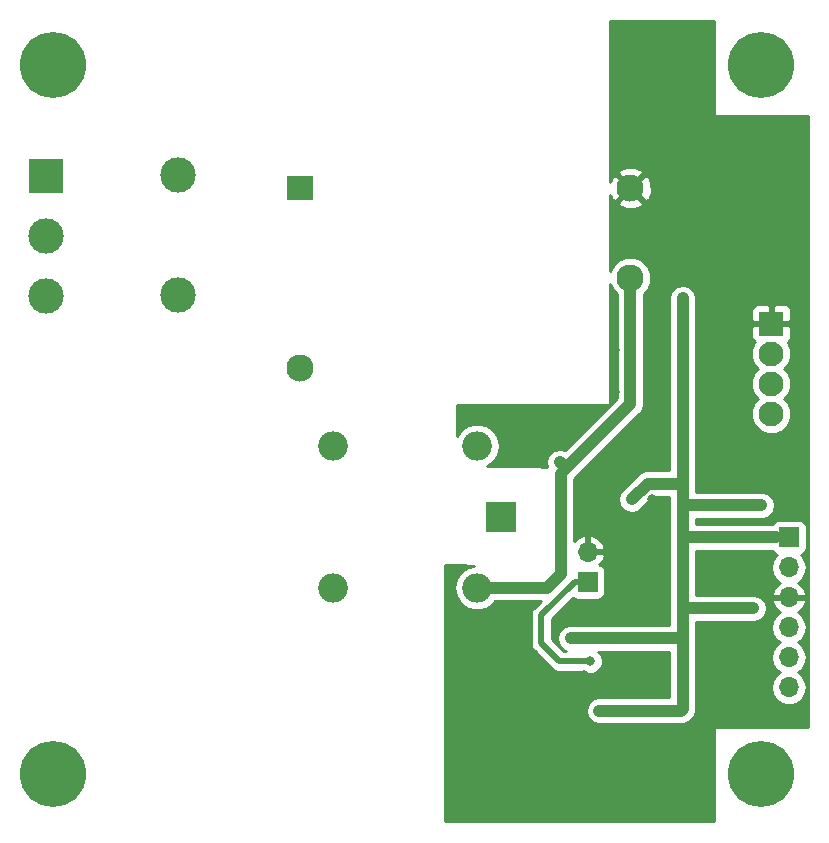
<source format=gbl>
G04 #@! TF.GenerationSoftware,KiCad,Pcbnew,(5.0.0)*
G04 #@! TF.CreationDate,2019-01-27T17:49:07+01:00*
G04 #@! TF.ProjectId,HeaterControlIndication,486561746572436F6E74726F6C496E64,rev?*
G04 #@! TF.SameCoordinates,Original*
G04 #@! TF.FileFunction,Copper,L2,Bot,Signal*
G04 #@! TF.FilePolarity,Positive*
%FSLAX46Y46*%
G04 Gerber Fmt 4.6, Leading zero omitted, Abs format (unit mm)*
G04 Created by KiCad (PCBNEW (5.0.0)) date 01/27/19 17:49:07*
%MOMM*%
%LPD*%
G01*
G04 APERTURE LIST*
G04 #@! TA.AperFunction,ComponentPad*
%ADD10C,3.000000*%
G04 #@! TD*
G04 #@! TA.AperFunction,ComponentPad*
%ADD11R,2.100000X2.100000*%
G04 #@! TD*
G04 #@! TA.AperFunction,ComponentPad*
%ADD12C,2.100000*%
G04 #@! TD*
G04 #@! TA.AperFunction,ComponentPad*
%ADD13R,3.000000X3.000000*%
G04 #@! TD*
G04 #@! TA.AperFunction,ComponentPad*
%ADD14R,1.700000X1.700000*%
G04 #@! TD*
G04 #@! TA.AperFunction,ComponentPad*
%ADD15O,1.700000X1.700000*%
G04 #@! TD*
G04 #@! TA.AperFunction,ComponentPad*
%ADD16R,2.500000X2.500000*%
G04 #@! TD*
G04 #@! TA.AperFunction,ComponentPad*
%ADD17O,2.500000X2.500000*%
G04 #@! TD*
G04 #@! TA.AperFunction,ComponentPad*
%ADD18C,5.600000*%
G04 #@! TD*
G04 #@! TA.AperFunction,ComponentPad*
%ADD19C,2.300000*%
G04 #@! TD*
G04 #@! TA.AperFunction,ComponentPad*
%ADD20R,2.300000X2.000000*%
G04 #@! TD*
G04 #@! TA.AperFunction,ViaPad*
%ADD21C,0.800000*%
G04 #@! TD*
G04 #@! TA.AperFunction,Conductor*
%ADD22C,1.000000*%
G04 #@! TD*
G04 #@! TA.AperFunction,Conductor*
%ADD23C,0.250000*%
G04 #@! TD*
G04 #@! TA.AperFunction,Conductor*
%ADD24C,0.500000*%
G04 #@! TD*
G04 #@! TA.AperFunction,Conductor*
%ADD25C,0.254000*%
G04 #@! TD*
G04 APERTURE END LIST*
D10*
G04 #@! TO.P,F1,2*
G04 #@! TO.N,/HV_L_F*
X130544000Y-82278300D03*
G04 #@! TO.P,F1,1*
G04 #@! TO.N,/HV_L*
X130544000Y-72118300D03*
G04 #@! TD*
D11*
G04 #@! TO.P,J1,1*
G04 #@! TO.N,GND*
X180762621Y-84732219D03*
D12*
G04 #@! TO.P,J1,2*
G04 #@! TO.N,/PANEL_BUT*
X180762621Y-87272219D03*
G04 #@! TO.P,J1,3*
G04 #@! TO.N,Net-(J1-Pad3)*
X180762621Y-89812219D03*
G04 #@! TO.P,J1,4*
G04 #@! TO.N,Net-(J1-Pad4)*
X180762621Y-92352219D03*
G04 #@! TD*
D13*
G04 #@! TO.P,J2,1*
G04 #@! TO.N,/HV_L*
X119383200Y-72259300D03*
D10*
G04 #@! TO.P,J2,2*
G04 #@! TO.N,/HV_N*
X119383200Y-77339300D03*
G04 #@! TO.P,J2,3*
G04 #@! TO.N,/HV_LOAD*
X119383200Y-82419300D03*
G04 #@! TD*
D14*
G04 #@! TO.P,J3,1*
G04 #@! TO.N,/nRST*
X165199720Y-106587400D03*
D15*
G04 #@! TO.P,J3,2*
G04 #@! TO.N,GND*
X165199720Y-104047400D03*
G04 #@! TD*
D14*
G04 #@! TO.P,J4,1*
G04 #@! TO.N,+3V3*
X182253280Y-102828200D03*
D15*
G04 #@! TO.P,J4,2*
G04 #@! TO.N,/SWCLK*
X182253280Y-105368200D03*
G04 #@! TO.P,J4,3*
G04 #@! TO.N,GND*
X182253280Y-107908200D03*
G04 #@! TO.P,J4,4*
G04 #@! TO.N,/SWDIO*
X182253280Y-110448200D03*
G04 #@! TO.P,J4,5*
G04 #@! TO.N,/nRST*
X182253280Y-112988200D03*
G04 #@! TO.P,J4,6*
G04 #@! TO.N,N/C*
X182253280Y-115528200D03*
G04 #@! TD*
D16*
G04 #@! TO.P,K1,1*
G04 #@! TO.N,/HV_ROUT*
X157849000Y-101074300D03*
D17*
G04 #@! TO.P,K1,2*
G04 #@! TO.N,Net-(D1-Pad1)*
X155849000Y-95074300D03*
G04 #@! TO.P,K1,3*
G04 #@! TO.N,/HV_L_F*
X143649000Y-95074300D03*
G04 #@! TO.P,K1,4*
G04 #@! TO.N,N/C*
X143649000Y-107074300D03*
G04 #@! TO.P,K1,5*
G04 #@! TO.N,+5V*
X155849000Y-107074300D03*
G04 #@! TD*
D18*
G04 #@! TO.P,MH1,1*
G04 #@! TO.N,N/C*
X179928100Y-122862800D03*
G04 #@! TD*
G04 #@! TO.P,MH2,1*
G04 #@! TO.N,N/C*
X119928100Y-62862800D03*
G04 #@! TD*
G04 #@! TO.P,MH3,1*
G04 #@! TO.N,N/C*
X119928100Y-122862800D03*
G04 #@! TD*
G04 #@! TO.P,MH4,1*
G04 #@! TO.N,N/C*
X179928100Y-62862800D03*
G04 #@! TD*
D19*
G04 #@! TO.P,PS1,3*
G04 #@! TO.N,GND*
X168831000Y-73261300D03*
D20*
G04 #@! TO.P,PS1,1*
G04 #@! TO.N,/HV_N*
X140831000Y-73261300D03*
D19*
G04 #@! TO.P,PS1,2*
G04 #@! TO.N,/HV_L_F*
X140831000Y-88461300D03*
G04 #@! TO.P,PS1,4*
G04 #@! TO.N,+5V*
X168831000Y-80861300D03*
G04 #@! TD*
D21*
G04 #@! TO.N,+5V*
X162842600Y-96465500D03*
G04 #@! TO.N,GND*
X173307400Y-74304000D03*
X177688900Y-81009600D03*
X168379800Y-95297100D03*
X168430600Y-96897300D03*
X154346300Y-115617100D03*
X156340200Y-116658500D03*
X159591400Y-110600600D03*
X158372200Y-117484000D03*
X162296500Y-114474100D03*
X164925400Y-114474100D03*
X163058500Y-109279800D03*
X170653100Y-99615100D03*
X170830900Y-104060100D03*
X176952300Y-111349900D03*
X176812600Y-95411400D03*
X182083100Y-95881300D03*
X179644700Y-72665700D03*
X153500000Y-126500000D03*
X175500000Y-126500000D03*
X175500000Y-118500000D03*
X183500000Y-118500000D03*
X183500000Y-67500000D03*
X175500000Y-67500000D03*
X175500000Y-59500000D03*
X167500000Y-59500000D03*
X158500000Y-109000000D03*
X153500000Y-117000000D03*
X153500000Y-124500000D03*
X153500000Y-118500000D03*
X153500000Y-120500000D03*
X153500000Y-122500000D03*
X155500000Y-126500000D03*
X157500000Y-126500000D03*
X159500000Y-126500000D03*
X161500000Y-126500000D03*
X163500000Y-126500000D03*
X165500000Y-126500000D03*
X167500000Y-126500000D03*
X169500000Y-126500000D03*
X171500000Y-126500000D03*
X173500000Y-126500000D03*
X175500000Y-124500000D03*
X175500000Y-122500000D03*
X175500000Y-120500000D03*
X177500000Y-118500000D03*
X179500000Y-118500000D03*
X181500000Y-118500000D03*
X183500000Y-86500000D03*
X183500000Y-69500000D03*
X183500000Y-71500000D03*
X183500000Y-73500000D03*
X183500000Y-75500000D03*
X183500000Y-77500000D03*
X183500000Y-79500000D03*
X183500000Y-81500000D03*
X183500000Y-83500000D03*
X181500000Y-67500000D03*
X179500000Y-67500000D03*
X177500000Y-67500000D03*
X175500000Y-65500000D03*
X175500000Y-63500000D03*
X175500000Y-61500000D03*
X173500000Y-59500000D03*
X171500000Y-59500000D03*
X169500000Y-59500000D03*
X167500000Y-61500000D03*
X167500000Y-63500000D03*
X167500000Y-65500000D03*
X167500000Y-67500000D03*
X167500000Y-69500000D03*
X167500000Y-76500000D03*
X167500000Y-78500000D03*
X164500000Y-99500000D03*
X164500000Y-101500000D03*
X170500000Y-109500000D03*
X175500000Y-104500000D03*
X175000000Y-107000000D03*
X171500000Y-106500000D03*
X178500000Y-88000000D03*
X175500000Y-88000000D03*
X178500000Y-83000000D03*
X175000000Y-83000000D03*
X171000000Y-85000000D03*
X171000000Y-82000000D03*
X171500000Y-79000000D03*
X171000000Y-90500000D03*
X175000000Y-98000000D03*
X175000000Y-94500000D03*
X178000000Y-91500000D03*
X182000000Y-94000000D03*
X179000000Y-93500000D03*
X177000000Y-93500000D03*
X166500000Y-115500000D03*
X168000000Y-115500000D03*
X169500000Y-115500000D03*
X171500000Y-115500000D03*
X166500000Y-119500000D03*
X168000000Y-119500000D03*
X169500000Y-119500000D03*
X171000000Y-119500000D03*
X172500000Y-119500000D03*
X174000000Y-119500000D03*
X175000000Y-115500000D03*
X153500000Y-105500000D03*
X153500000Y-109000000D03*
X167500000Y-87000000D03*
X167500000Y-90500000D03*
X165000000Y-92000000D03*
X154500000Y-92000000D03*
X157500000Y-96500000D03*
X159000000Y-96500000D03*
X161000000Y-96500000D03*
X158500000Y-94000000D03*
X161000000Y-95000000D03*
X157500000Y-92000000D03*
X160000000Y-93000000D03*
G04 #@! TO.N,+3V3*
X179924100Y-100123100D03*
X168951300Y-99615100D03*
X163769700Y-111362600D03*
X179212900Y-108822600D03*
X166208100Y-117509400D03*
X173243900Y-82597100D03*
X173256600Y-83562300D03*
G04 #@! TO.N,/nRST*
X165446100Y-113318400D03*
G04 #@! TD*
D22*
G04 #@! TO.N,+5V*
X155849000Y-107074300D02*
X161809600Y-107074300D01*
X161809600Y-107074300D02*
X162944200Y-105939700D01*
X162944200Y-105939700D02*
X162944200Y-97418000D01*
X168831000Y-91531200D02*
X168831000Y-80861300D01*
D23*
X163242599Y-97119601D02*
X163210900Y-97151300D01*
X163242599Y-96865499D02*
X163242599Y-97119601D01*
D22*
X162842600Y-96465500D02*
X163242599Y-96865499D01*
X162944200Y-97418000D02*
X163210900Y-97151300D01*
X163210900Y-97151300D02*
X168831000Y-91531200D01*
G04 #@! TO.N,+3V3*
X181153280Y-102828200D02*
X173243900Y-102828200D01*
D24*
X182253280Y-102828200D02*
X181153280Y-102828200D01*
D22*
X170297500Y-98268900D02*
X173243900Y-98268900D01*
X168951300Y-99615100D02*
X170297500Y-98268900D01*
X173243900Y-82597100D02*
X173243900Y-98268900D01*
D23*
X173294700Y-100123100D02*
X173243900Y-100173900D01*
D22*
X179924100Y-100123100D02*
X173294700Y-100123100D01*
X173243900Y-98268900D02*
X173243900Y-100173900D01*
X173243900Y-100173900D02*
X173243900Y-102828200D01*
X179212900Y-108822600D02*
X173243900Y-108822600D01*
X173243900Y-102828200D02*
X173243900Y-108822600D01*
D23*
X173129600Y-117509400D02*
X173243900Y-117395100D01*
D22*
X166208100Y-117509400D02*
X173129600Y-117509400D01*
X164335385Y-111362600D02*
X173243900Y-111362600D01*
X173243900Y-108822600D02*
X173243900Y-111362600D01*
X173243900Y-111362600D02*
X173243900Y-117395100D01*
X163769700Y-111362600D02*
X164335385Y-111362600D01*
D24*
G04 #@! TO.N,/nRST*
X165446100Y-113318400D02*
X162804500Y-113318400D01*
X162804500Y-113318400D02*
X161280500Y-111794400D01*
X164099720Y-106587400D02*
X165199720Y-106587400D01*
X161280500Y-109406620D02*
X164099720Y-106587400D01*
X161280500Y-111794400D02*
X161280500Y-109406620D01*
G04 #@! TD*
D25*
G04 #@! TO.N,GND*
G36*
X175873000Y-67000000D02*
X175882667Y-67048601D01*
X175910197Y-67089803D01*
X175951399Y-67117333D01*
X176000000Y-67127000D01*
X183873000Y-67127000D01*
X183873000Y-118873000D01*
X176000000Y-118873000D01*
X175951399Y-118882667D01*
X175910197Y-118910197D01*
X175882667Y-118951399D01*
X175873000Y-119000000D01*
X175873000Y-126873000D01*
X153127000Y-126873000D01*
X153127000Y-105127000D01*
X154594585Y-105127000D01*
X154670145Y-105158298D01*
X154861487Y-105196358D01*
X154861491Y-105196358D01*
X154930074Y-105210000D01*
X155559279Y-105210000D01*
X155113510Y-105298669D01*
X154489991Y-105715291D01*
X154073369Y-106338810D01*
X153927071Y-107074300D01*
X154073369Y-107809790D01*
X154489991Y-108433309D01*
X155113510Y-108849931D01*
X155663345Y-108959300D01*
X156034655Y-108959300D01*
X156584490Y-108849931D01*
X157208009Y-108433309D01*
X157357687Y-108209300D01*
X161226242Y-108209300D01*
X160716345Y-108719197D01*
X160642452Y-108768571D01*
X160593078Y-108842464D01*
X160593076Y-108842466D01*
X160446848Y-109061311D01*
X160378163Y-109406620D01*
X160395501Y-109493785D01*
X160395500Y-111707239D01*
X160378163Y-111794400D01*
X160395500Y-111881561D01*
X160395500Y-111881564D01*
X160446848Y-112139709D01*
X160642451Y-112432449D01*
X160716347Y-112481825D01*
X162117077Y-113882556D01*
X162166451Y-113956449D01*
X162240344Y-114005823D01*
X162240345Y-114005824D01*
X162296282Y-114043200D01*
X162459190Y-114152052D01*
X162717335Y-114203400D01*
X162717339Y-114203400D01*
X162804499Y-114220737D01*
X162891659Y-114203400D01*
X164878093Y-114203400D01*
X165240226Y-114353400D01*
X165651974Y-114353400D01*
X166032380Y-114195831D01*
X166323531Y-113904680D01*
X166481100Y-113524274D01*
X166481100Y-113112526D01*
X166323531Y-112732120D01*
X166089011Y-112497600D01*
X172108900Y-112497600D01*
X172108901Y-116374400D01*
X166096317Y-116374400D01*
X165765245Y-116440254D01*
X165389811Y-116691111D01*
X165138954Y-117066545D01*
X165050865Y-117509400D01*
X165138954Y-117952255D01*
X165389811Y-118327689D01*
X165765245Y-118578546D01*
X166096317Y-118644400D01*
X173241383Y-118644400D01*
X173572455Y-118578546D01*
X173947889Y-118327689D01*
X173993671Y-118259171D01*
X174062189Y-118213389D01*
X174313046Y-117837955D01*
X174378900Y-117506883D01*
X174378900Y-111474383D01*
X174401135Y-111362600D01*
X174378900Y-111250817D01*
X174378900Y-110448200D01*
X180739188Y-110448200D01*
X180854441Y-111027618D01*
X181182655Y-111518825D01*
X181481041Y-111718200D01*
X181182655Y-111917575D01*
X180854441Y-112408782D01*
X180739188Y-112988200D01*
X180854441Y-113567618D01*
X181182655Y-114058825D01*
X181481041Y-114258200D01*
X181182655Y-114457575D01*
X180854441Y-114948782D01*
X180739188Y-115528200D01*
X180854441Y-116107618D01*
X181182655Y-116598825D01*
X181673862Y-116927039D01*
X182107024Y-117013200D01*
X182399536Y-117013200D01*
X182832698Y-116927039D01*
X183323905Y-116598825D01*
X183652119Y-116107618D01*
X183767372Y-115528200D01*
X183652119Y-114948782D01*
X183323905Y-114457575D01*
X183025519Y-114258200D01*
X183323905Y-114058825D01*
X183652119Y-113567618D01*
X183767372Y-112988200D01*
X183652119Y-112408782D01*
X183323905Y-111917575D01*
X183025519Y-111718200D01*
X183323905Y-111518825D01*
X183652119Y-111027618D01*
X183767372Y-110448200D01*
X183652119Y-109868782D01*
X183323905Y-109377575D01*
X183004802Y-109164357D01*
X183134638Y-109103383D01*
X183524925Y-108675124D01*
X183694756Y-108265090D01*
X183573435Y-108035200D01*
X182380280Y-108035200D01*
X182380280Y-108055200D01*
X182126280Y-108055200D01*
X182126280Y-108035200D01*
X180933125Y-108035200D01*
X180811804Y-108265090D01*
X180981635Y-108675124D01*
X181371922Y-109103383D01*
X181501758Y-109164357D01*
X181182655Y-109377575D01*
X180854441Y-109868782D01*
X180739188Y-110448200D01*
X174378900Y-110448200D01*
X174378900Y-109957600D01*
X179324683Y-109957600D01*
X179655755Y-109891746D01*
X180031189Y-109640889D01*
X180282046Y-109265455D01*
X180370135Y-108822600D01*
X180282046Y-108379745D01*
X180031189Y-108004311D01*
X179655755Y-107753454D01*
X179324683Y-107687600D01*
X174378900Y-107687600D01*
X174378900Y-103963200D01*
X180830003Y-103963200D01*
X180945471Y-104136009D01*
X181155515Y-104276357D01*
X181200899Y-104285384D01*
X181182655Y-104297575D01*
X180854441Y-104788782D01*
X180739188Y-105368200D01*
X180854441Y-105947618D01*
X181182655Y-106438825D01*
X181501758Y-106652043D01*
X181371922Y-106713017D01*
X180981635Y-107141276D01*
X180811804Y-107551310D01*
X180933125Y-107781200D01*
X182126280Y-107781200D01*
X182126280Y-107761200D01*
X182380280Y-107761200D01*
X182380280Y-107781200D01*
X183573435Y-107781200D01*
X183694756Y-107551310D01*
X183524925Y-107141276D01*
X183134638Y-106713017D01*
X183004802Y-106652043D01*
X183323905Y-106438825D01*
X183652119Y-105947618D01*
X183767372Y-105368200D01*
X183652119Y-104788782D01*
X183323905Y-104297575D01*
X183305661Y-104285384D01*
X183351045Y-104276357D01*
X183561089Y-104136009D01*
X183701437Y-103925965D01*
X183750720Y-103678200D01*
X183750720Y-101978200D01*
X183701437Y-101730435D01*
X183561089Y-101520391D01*
X183351045Y-101380043D01*
X183103280Y-101330760D01*
X181403280Y-101330760D01*
X181155515Y-101380043D01*
X180945471Y-101520391D01*
X180830003Y-101693200D01*
X174378900Y-101693200D01*
X174378900Y-101258100D01*
X180035883Y-101258100D01*
X180366955Y-101192246D01*
X180742389Y-100941389D01*
X180993246Y-100565955D01*
X181081335Y-100123100D01*
X180993246Y-99680245D01*
X180742389Y-99304811D01*
X180366955Y-99053954D01*
X180035883Y-98988100D01*
X174378900Y-98988100D01*
X174378900Y-98380683D01*
X174401135Y-98268900D01*
X174378900Y-98157117D01*
X174378900Y-85017969D01*
X179077621Y-85017969D01*
X179077621Y-85908528D01*
X179174294Y-86141917D01*
X179342133Y-86309757D01*
X179334147Y-86317743D01*
X179077621Y-86937052D01*
X179077621Y-87607386D01*
X179334147Y-88226695D01*
X179649671Y-88542219D01*
X179334147Y-88857743D01*
X179077621Y-89477052D01*
X179077621Y-90147386D01*
X179334147Y-90766695D01*
X179649671Y-91082219D01*
X179334147Y-91397743D01*
X179077621Y-92017052D01*
X179077621Y-92687386D01*
X179334147Y-93306695D01*
X179808145Y-93780693D01*
X180427454Y-94037219D01*
X181097788Y-94037219D01*
X181717097Y-93780693D01*
X182191095Y-93306695D01*
X182447621Y-92687386D01*
X182447621Y-92017052D01*
X182191095Y-91397743D01*
X181875571Y-91082219D01*
X182191095Y-90766695D01*
X182447621Y-90147386D01*
X182447621Y-89477052D01*
X182191095Y-88857743D01*
X181875571Y-88542219D01*
X182191095Y-88226695D01*
X182447621Y-87607386D01*
X182447621Y-86937052D01*
X182191095Y-86317743D01*
X182183109Y-86309757D01*
X182350948Y-86141917D01*
X182447621Y-85908528D01*
X182447621Y-85017969D01*
X182288871Y-84859219D01*
X180889621Y-84859219D01*
X180889621Y-84879219D01*
X180635621Y-84879219D01*
X180635621Y-84859219D01*
X179236371Y-84859219D01*
X179077621Y-85017969D01*
X174378900Y-85017969D01*
X174378900Y-83555910D01*
X179077621Y-83555910D01*
X179077621Y-84446469D01*
X179236371Y-84605219D01*
X180635621Y-84605219D01*
X180635621Y-83205969D01*
X180889621Y-83205969D01*
X180889621Y-84605219D01*
X182288871Y-84605219D01*
X182447621Y-84446469D01*
X182447621Y-83555910D01*
X182350948Y-83322521D01*
X182172320Y-83143892D01*
X181938931Y-83047219D01*
X181048371Y-83047219D01*
X180889621Y-83205969D01*
X180635621Y-83205969D01*
X180476871Y-83047219D01*
X179586311Y-83047219D01*
X179352922Y-83143892D01*
X179174294Y-83322521D01*
X179077621Y-83555910D01*
X174378900Y-83555910D01*
X174378900Y-82485317D01*
X174313046Y-82154245D01*
X174062189Y-81778811D01*
X173686754Y-81527954D01*
X173243900Y-81439865D01*
X172801045Y-81527954D01*
X172425611Y-81778811D01*
X172174754Y-82154246D01*
X172108900Y-82485318D01*
X172108901Y-97133900D01*
X170409281Y-97133900D01*
X170297499Y-97111665D01*
X170185717Y-97133900D01*
X169854645Y-97199754D01*
X169479211Y-97450611D01*
X169415889Y-97545379D01*
X168069692Y-98891577D01*
X167882154Y-99172246D01*
X167794065Y-99615100D01*
X167882154Y-100057954D01*
X168133012Y-100433388D01*
X168508446Y-100684246D01*
X168951300Y-100772335D01*
X169394154Y-100684246D01*
X169674823Y-100496708D01*
X170767632Y-99403900D01*
X172108901Y-99403900D01*
X172108901Y-100062114D01*
X172108900Y-100062118D01*
X172108901Y-102716412D01*
X172086665Y-102828200D01*
X172108900Y-102939983D01*
X172108901Y-108710812D01*
X172086665Y-108822600D01*
X172108900Y-108934383D01*
X172108901Y-110227600D01*
X163657917Y-110227600D01*
X163326845Y-110293454D01*
X162951411Y-110544311D01*
X162700554Y-110919745D01*
X162612465Y-111362600D01*
X162700554Y-111805455D01*
X162951411Y-112180889D01*
X163326845Y-112431746D01*
X163335160Y-112433400D01*
X163171079Y-112433400D01*
X162165500Y-111427822D01*
X162165500Y-109773198D01*
X163982776Y-107955923D01*
X164101955Y-108035557D01*
X164349720Y-108084840D01*
X166049720Y-108084840D01*
X166297485Y-108035557D01*
X166507529Y-107895209D01*
X166647877Y-107685165D01*
X166697160Y-107437400D01*
X166697160Y-105737400D01*
X166647877Y-105489635D01*
X166507529Y-105279591D01*
X166297485Y-105139243D01*
X166194012Y-105118661D01*
X166471365Y-104814324D01*
X166641196Y-104404290D01*
X166519875Y-104174400D01*
X165326720Y-104174400D01*
X165326720Y-104194400D01*
X165072720Y-104194400D01*
X165072720Y-104174400D01*
X165052720Y-104174400D01*
X165052720Y-103920400D01*
X165072720Y-103920400D01*
X165072720Y-102726581D01*
X165326720Y-102726581D01*
X165326720Y-103920400D01*
X166519875Y-103920400D01*
X166641196Y-103690510D01*
X166471365Y-103280476D01*
X166081078Y-102852217D01*
X165556612Y-102605914D01*
X165326720Y-102726581D01*
X165072720Y-102726581D01*
X164842828Y-102605914D01*
X164318362Y-102852217D01*
X164079200Y-103114648D01*
X164079200Y-97888131D01*
X164092508Y-97874823D01*
X169554522Y-92412810D01*
X169649289Y-92349489D01*
X169900146Y-91974055D01*
X169966000Y-91642983D01*
X169966000Y-91642982D01*
X169988235Y-91531200D01*
X169966000Y-91419417D01*
X169966000Y-82250671D01*
X170344250Y-81872421D01*
X170616000Y-81216359D01*
X170616000Y-80506241D01*
X170344250Y-79850179D01*
X169842121Y-79348050D01*
X169186059Y-79076300D01*
X168475941Y-79076300D01*
X167819879Y-79348050D01*
X167317750Y-79850179D01*
X167127000Y-80310690D01*
X167127000Y-74522325D01*
X167749581Y-74522325D01*
X167866601Y-74804746D01*
X168530663Y-75056318D01*
X169240448Y-75034614D01*
X169795399Y-74804746D01*
X169912419Y-74522325D01*
X168831000Y-73440905D01*
X167749581Y-74522325D01*
X167127000Y-74522325D01*
X167127000Y-73838087D01*
X167287554Y-74225699D01*
X167569975Y-74342719D01*
X168651395Y-73261300D01*
X169010605Y-73261300D01*
X170092025Y-74342719D01*
X170374446Y-74225699D01*
X170626018Y-73561637D01*
X170604314Y-72851852D01*
X170374446Y-72296901D01*
X170092025Y-72179881D01*
X169010605Y-73261300D01*
X168651395Y-73261300D01*
X167569975Y-72179881D01*
X167287554Y-72296901D01*
X167127000Y-72720707D01*
X167127000Y-72000275D01*
X167749581Y-72000275D01*
X168831000Y-73081695D01*
X169912419Y-72000275D01*
X169795399Y-71717854D01*
X169131337Y-71466282D01*
X168421552Y-71487986D01*
X167866601Y-71717854D01*
X167749581Y-72000275D01*
X167127000Y-72000275D01*
X167127000Y-59127000D01*
X175873000Y-59127000D01*
X175873000Y-67000000D01*
X175873000Y-67000000D01*
G37*
X175873000Y-67000000D02*
X175882667Y-67048601D01*
X175910197Y-67089803D01*
X175951399Y-67117333D01*
X176000000Y-67127000D01*
X183873000Y-67127000D01*
X183873000Y-118873000D01*
X176000000Y-118873000D01*
X175951399Y-118882667D01*
X175910197Y-118910197D01*
X175882667Y-118951399D01*
X175873000Y-119000000D01*
X175873000Y-126873000D01*
X153127000Y-126873000D01*
X153127000Y-105127000D01*
X154594585Y-105127000D01*
X154670145Y-105158298D01*
X154861487Y-105196358D01*
X154861491Y-105196358D01*
X154930074Y-105210000D01*
X155559279Y-105210000D01*
X155113510Y-105298669D01*
X154489991Y-105715291D01*
X154073369Y-106338810D01*
X153927071Y-107074300D01*
X154073369Y-107809790D01*
X154489991Y-108433309D01*
X155113510Y-108849931D01*
X155663345Y-108959300D01*
X156034655Y-108959300D01*
X156584490Y-108849931D01*
X157208009Y-108433309D01*
X157357687Y-108209300D01*
X161226242Y-108209300D01*
X160716345Y-108719197D01*
X160642452Y-108768571D01*
X160593078Y-108842464D01*
X160593076Y-108842466D01*
X160446848Y-109061311D01*
X160378163Y-109406620D01*
X160395501Y-109493785D01*
X160395500Y-111707239D01*
X160378163Y-111794400D01*
X160395500Y-111881561D01*
X160395500Y-111881564D01*
X160446848Y-112139709D01*
X160642451Y-112432449D01*
X160716347Y-112481825D01*
X162117077Y-113882556D01*
X162166451Y-113956449D01*
X162240344Y-114005823D01*
X162240345Y-114005824D01*
X162296282Y-114043200D01*
X162459190Y-114152052D01*
X162717335Y-114203400D01*
X162717339Y-114203400D01*
X162804499Y-114220737D01*
X162891659Y-114203400D01*
X164878093Y-114203400D01*
X165240226Y-114353400D01*
X165651974Y-114353400D01*
X166032380Y-114195831D01*
X166323531Y-113904680D01*
X166481100Y-113524274D01*
X166481100Y-113112526D01*
X166323531Y-112732120D01*
X166089011Y-112497600D01*
X172108900Y-112497600D01*
X172108901Y-116374400D01*
X166096317Y-116374400D01*
X165765245Y-116440254D01*
X165389811Y-116691111D01*
X165138954Y-117066545D01*
X165050865Y-117509400D01*
X165138954Y-117952255D01*
X165389811Y-118327689D01*
X165765245Y-118578546D01*
X166096317Y-118644400D01*
X173241383Y-118644400D01*
X173572455Y-118578546D01*
X173947889Y-118327689D01*
X173993671Y-118259171D01*
X174062189Y-118213389D01*
X174313046Y-117837955D01*
X174378900Y-117506883D01*
X174378900Y-111474383D01*
X174401135Y-111362600D01*
X174378900Y-111250817D01*
X174378900Y-110448200D01*
X180739188Y-110448200D01*
X180854441Y-111027618D01*
X181182655Y-111518825D01*
X181481041Y-111718200D01*
X181182655Y-111917575D01*
X180854441Y-112408782D01*
X180739188Y-112988200D01*
X180854441Y-113567618D01*
X181182655Y-114058825D01*
X181481041Y-114258200D01*
X181182655Y-114457575D01*
X180854441Y-114948782D01*
X180739188Y-115528200D01*
X180854441Y-116107618D01*
X181182655Y-116598825D01*
X181673862Y-116927039D01*
X182107024Y-117013200D01*
X182399536Y-117013200D01*
X182832698Y-116927039D01*
X183323905Y-116598825D01*
X183652119Y-116107618D01*
X183767372Y-115528200D01*
X183652119Y-114948782D01*
X183323905Y-114457575D01*
X183025519Y-114258200D01*
X183323905Y-114058825D01*
X183652119Y-113567618D01*
X183767372Y-112988200D01*
X183652119Y-112408782D01*
X183323905Y-111917575D01*
X183025519Y-111718200D01*
X183323905Y-111518825D01*
X183652119Y-111027618D01*
X183767372Y-110448200D01*
X183652119Y-109868782D01*
X183323905Y-109377575D01*
X183004802Y-109164357D01*
X183134638Y-109103383D01*
X183524925Y-108675124D01*
X183694756Y-108265090D01*
X183573435Y-108035200D01*
X182380280Y-108035200D01*
X182380280Y-108055200D01*
X182126280Y-108055200D01*
X182126280Y-108035200D01*
X180933125Y-108035200D01*
X180811804Y-108265090D01*
X180981635Y-108675124D01*
X181371922Y-109103383D01*
X181501758Y-109164357D01*
X181182655Y-109377575D01*
X180854441Y-109868782D01*
X180739188Y-110448200D01*
X174378900Y-110448200D01*
X174378900Y-109957600D01*
X179324683Y-109957600D01*
X179655755Y-109891746D01*
X180031189Y-109640889D01*
X180282046Y-109265455D01*
X180370135Y-108822600D01*
X180282046Y-108379745D01*
X180031189Y-108004311D01*
X179655755Y-107753454D01*
X179324683Y-107687600D01*
X174378900Y-107687600D01*
X174378900Y-103963200D01*
X180830003Y-103963200D01*
X180945471Y-104136009D01*
X181155515Y-104276357D01*
X181200899Y-104285384D01*
X181182655Y-104297575D01*
X180854441Y-104788782D01*
X180739188Y-105368200D01*
X180854441Y-105947618D01*
X181182655Y-106438825D01*
X181501758Y-106652043D01*
X181371922Y-106713017D01*
X180981635Y-107141276D01*
X180811804Y-107551310D01*
X180933125Y-107781200D01*
X182126280Y-107781200D01*
X182126280Y-107761200D01*
X182380280Y-107761200D01*
X182380280Y-107781200D01*
X183573435Y-107781200D01*
X183694756Y-107551310D01*
X183524925Y-107141276D01*
X183134638Y-106713017D01*
X183004802Y-106652043D01*
X183323905Y-106438825D01*
X183652119Y-105947618D01*
X183767372Y-105368200D01*
X183652119Y-104788782D01*
X183323905Y-104297575D01*
X183305661Y-104285384D01*
X183351045Y-104276357D01*
X183561089Y-104136009D01*
X183701437Y-103925965D01*
X183750720Y-103678200D01*
X183750720Y-101978200D01*
X183701437Y-101730435D01*
X183561089Y-101520391D01*
X183351045Y-101380043D01*
X183103280Y-101330760D01*
X181403280Y-101330760D01*
X181155515Y-101380043D01*
X180945471Y-101520391D01*
X180830003Y-101693200D01*
X174378900Y-101693200D01*
X174378900Y-101258100D01*
X180035883Y-101258100D01*
X180366955Y-101192246D01*
X180742389Y-100941389D01*
X180993246Y-100565955D01*
X181081335Y-100123100D01*
X180993246Y-99680245D01*
X180742389Y-99304811D01*
X180366955Y-99053954D01*
X180035883Y-98988100D01*
X174378900Y-98988100D01*
X174378900Y-98380683D01*
X174401135Y-98268900D01*
X174378900Y-98157117D01*
X174378900Y-85017969D01*
X179077621Y-85017969D01*
X179077621Y-85908528D01*
X179174294Y-86141917D01*
X179342133Y-86309757D01*
X179334147Y-86317743D01*
X179077621Y-86937052D01*
X179077621Y-87607386D01*
X179334147Y-88226695D01*
X179649671Y-88542219D01*
X179334147Y-88857743D01*
X179077621Y-89477052D01*
X179077621Y-90147386D01*
X179334147Y-90766695D01*
X179649671Y-91082219D01*
X179334147Y-91397743D01*
X179077621Y-92017052D01*
X179077621Y-92687386D01*
X179334147Y-93306695D01*
X179808145Y-93780693D01*
X180427454Y-94037219D01*
X181097788Y-94037219D01*
X181717097Y-93780693D01*
X182191095Y-93306695D01*
X182447621Y-92687386D01*
X182447621Y-92017052D01*
X182191095Y-91397743D01*
X181875571Y-91082219D01*
X182191095Y-90766695D01*
X182447621Y-90147386D01*
X182447621Y-89477052D01*
X182191095Y-88857743D01*
X181875571Y-88542219D01*
X182191095Y-88226695D01*
X182447621Y-87607386D01*
X182447621Y-86937052D01*
X182191095Y-86317743D01*
X182183109Y-86309757D01*
X182350948Y-86141917D01*
X182447621Y-85908528D01*
X182447621Y-85017969D01*
X182288871Y-84859219D01*
X180889621Y-84859219D01*
X180889621Y-84879219D01*
X180635621Y-84879219D01*
X180635621Y-84859219D01*
X179236371Y-84859219D01*
X179077621Y-85017969D01*
X174378900Y-85017969D01*
X174378900Y-83555910D01*
X179077621Y-83555910D01*
X179077621Y-84446469D01*
X179236371Y-84605219D01*
X180635621Y-84605219D01*
X180635621Y-83205969D01*
X180889621Y-83205969D01*
X180889621Y-84605219D01*
X182288871Y-84605219D01*
X182447621Y-84446469D01*
X182447621Y-83555910D01*
X182350948Y-83322521D01*
X182172320Y-83143892D01*
X181938931Y-83047219D01*
X181048371Y-83047219D01*
X180889621Y-83205969D01*
X180635621Y-83205969D01*
X180476871Y-83047219D01*
X179586311Y-83047219D01*
X179352922Y-83143892D01*
X179174294Y-83322521D01*
X179077621Y-83555910D01*
X174378900Y-83555910D01*
X174378900Y-82485317D01*
X174313046Y-82154245D01*
X174062189Y-81778811D01*
X173686754Y-81527954D01*
X173243900Y-81439865D01*
X172801045Y-81527954D01*
X172425611Y-81778811D01*
X172174754Y-82154246D01*
X172108900Y-82485318D01*
X172108901Y-97133900D01*
X170409281Y-97133900D01*
X170297499Y-97111665D01*
X170185717Y-97133900D01*
X169854645Y-97199754D01*
X169479211Y-97450611D01*
X169415889Y-97545379D01*
X168069692Y-98891577D01*
X167882154Y-99172246D01*
X167794065Y-99615100D01*
X167882154Y-100057954D01*
X168133012Y-100433388D01*
X168508446Y-100684246D01*
X168951300Y-100772335D01*
X169394154Y-100684246D01*
X169674823Y-100496708D01*
X170767632Y-99403900D01*
X172108901Y-99403900D01*
X172108901Y-100062114D01*
X172108900Y-100062118D01*
X172108901Y-102716412D01*
X172086665Y-102828200D01*
X172108900Y-102939983D01*
X172108901Y-108710812D01*
X172086665Y-108822600D01*
X172108900Y-108934383D01*
X172108901Y-110227600D01*
X163657917Y-110227600D01*
X163326845Y-110293454D01*
X162951411Y-110544311D01*
X162700554Y-110919745D01*
X162612465Y-111362600D01*
X162700554Y-111805455D01*
X162951411Y-112180889D01*
X163326845Y-112431746D01*
X163335160Y-112433400D01*
X163171079Y-112433400D01*
X162165500Y-111427822D01*
X162165500Y-109773198D01*
X163982776Y-107955923D01*
X164101955Y-108035557D01*
X164349720Y-108084840D01*
X166049720Y-108084840D01*
X166297485Y-108035557D01*
X166507529Y-107895209D01*
X166647877Y-107685165D01*
X166697160Y-107437400D01*
X166697160Y-105737400D01*
X166647877Y-105489635D01*
X166507529Y-105279591D01*
X166297485Y-105139243D01*
X166194012Y-105118661D01*
X166471365Y-104814324D01*
X166641196Y-104404290D01*
X166519875Y-104174400D01*
X165326720Y-104174400D01*
X165326720Y-104194400D01*
X165072720Y-104194400D01*
X165072720Y-104174400D01*
X165052720Y-104174400D01*
X165052720Y-103920400D01*
X165072720Y-103920400D01*
X165072720Y-102726581D01*
X165326720Y-102726581D01*
X165326720Y-103920400D01*
X166519875Y-103920400D01*
X166641196Y-103690510D01*
X166471365Y-103280476D01*
X166081078Y-102852217D01*
X165556612Y-102605914D01*
X165326720Y-102726581D01*
X165072720Y-102726581D01*
X164842828Y-102605914D01*
X164318362Y-102852217D01*
X164079200Y-103114648D01*
X164079200Y-97888131D01*
X164092508Y-97874823D01*
X169554522Y-92412810D01*
X169649289Y-92349489D01*
X169900146Y-91974055D01*
X169966000Y-91642983D01*
X169966000Y-91642982D01*
X169988235Y-91531200D01*
X169966000Y-91419417D01*
X169966000Y-82250671D01*
X170344250Y-81872421D01*
X170616000Y-81216359D01*
X170616000Y-80506241D01*
X170344250Y-79850179D01*
X169842121Y-79348050D01*
X169186059Y-79076300D01*
X168475941Y-79076300D01*
X167819879Y-79348050D01*
X167317750Y-79850179D01*
X167127000Y-80310690D01*
X167127000Y-74522325D01*
X167749581Y-74522325D01*
X167866601Y-74804746D01*
X168530663Y-75056318D01*
X169240448Y-75034614D01*
X169795399Y-74804746D01*
X169912419Y-74522325D01*
X168831000Y-73440905D01*
X167749581Y-74522325D01*
X167127000Y-74522325D01*
X167127000Y-73838087D01*
X167287554Y-74225699D01*
X167569975Y-74342719D01*
X168651395Y-73261300D01*
X169010605Y-73261300D01*
X170092025Y-74342719D01*
X170374446Y-74225699D01*
X170626018Y-73561637D01*
X170604314Y-72851852D01*
X170374446Y-72296901D01*
X170092025Y-72179881D01*
X169010605Y-73261300D01*
X168651395Y-73261300D01*
X167569975Y-72179881D01*
X167287554Y-72296901D01*
X167127000Y-72720707D01*
X167127000Y-72000275D01*
X167749581Y-72000275D01*
X168831000Y-73081695D01*
X169912419Y-72000275D01*
X169795399Y-71717854D01*
X169131337Y-71466282D01*
X168421552Y-71487986D01*
X167866601Y-71717854D01*
X167749581Y-72000275D01*
X167127000Y-72000275D01*
X167127000Y-59127000D01*
X175873000Y-59127000D01*
X175873000Y-67000000D01*
G36*
X167317750Y-81872421D02*
X167696001Y-82250672D01*
X167696000Y-91061068D01*
X163330569Y-95426499D01*
X163285454Y-95396354D01*
X162842600Y-95308265D01*
X162399746Y-95396354D01*
X162024312Y-95647212D01*
X161773454Y-96022646D01*
X161685365Y-96465500D01*
X161766422Y-96873000D01*
X161405416Y-96873000D01*
X161329856Y-96841702D01*
X161138513Y-96803642D01*
X161138509Y-96803642D01*
X161069926Y-96790000D01*
X156674183Y-96790000D01*
X157208009Y-96433309D01*
X157624631Y-95809790D01*
X157770929Y-95074300D01*
X157624631Y-94338810D01*
X157208009Y-93715291D01*
X156584490Y-93298669D01*
X156034655Y-93189300D01*
X155663345Y-93189300D01*
X155113510Y-93298669D01*
X154489991Y-93715291D01*
X154127000Y-94258546D01*
X154127000Y-91627000D01*
X167000000Y-91627000D01*
X167048601Y-91617333D01*
X167089803Y-91589803D01*
X167117333Y-91548601D01*
X167127000Y-91500000D01*
X167127000Y-81411910D01*
X167317750Y-81872421D01*
X167317750Y-81872421D01*
G37*
X167317750Y-81872421D02*
X167696001Y-82250672D01*
X167696000Y-91061068D01*
X163330569Y-95426499D01*
X163285454Y-95396354D01*
X162842600Y-95308265D01*
X162399746Y-95396354D01*
X162024312Y-95647212D01*
X161773454Y-96022646D01*
X161685365Y-96465500D01*
X161766422Y-96873000D01*
X161405416Y-96873000D01*
X161329856Y-96841702D01*
X161138513Y-96803642D01*
X161138509Y-96803642D01*
X161069926Y-96790000D01*
X156674183Y-96790000D01*
X157208009Y-96433309D01*
X157624631Y-95809790D01*
X157770929Y-95074300D01*
X157624631Y-94338810D01*
X157208009Y-93715291D01*
X156584490Y-93298669D01*
X156034655Y-93189300D01*
X155663345Y-93189300D01*
X155113510Y-93298669D01*
X154489991Y-93715291D01*
X154127000Y-94258546D01*
X154127000Y-91627000D01*
X167000000Y-91627000D01*
X167048601Y-91617333D01*
X167089803Y-91589803D01*
X167117333Y-91548601D01*
X167127000Y-91500000D01*
X167127000Y-81411910D01*
X167317750Y-81872421D01*
G04 #@! TD*
M02*

</source>
